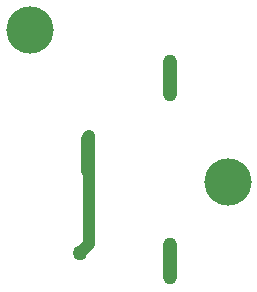
<source format=gbl>
G04*
G04 #@! TF.GenerationSoftware,Altium Limited,Altium Designer,19.0.14 (431)*
G04*
G04 Layer_Physical_Order=2*
G04 Layer_Color=16711680*
%FSLAX25Y25*%
%MOIN*%
G70*
G01*
G75*
%ADD17C,0.03937*%
%ADD18C,0.15748*%
%ADD19O,0.04724X0.15748*%
%ADD20C,0.05000*%
D17*
X59055Y64961D02*
Y100754D01*
X56102Y62008D02*
X59055Y64961D01*
X59009Y100707D02*
X59055Y100754D01*
X59009Y94639D02*
Y100707D01*
X58858Y94488D02*
X59009Y94639D01*
D18*
X105315Y85630D02*
D03*
X39316Y136143D02*
D03*
D19*
X86024Y120079D02*
D03*
Y59055D02*
D03*
X58858Y94488D02*
D03*
D20*
X56102Y62008D02*
D03*
M02*

</source>
